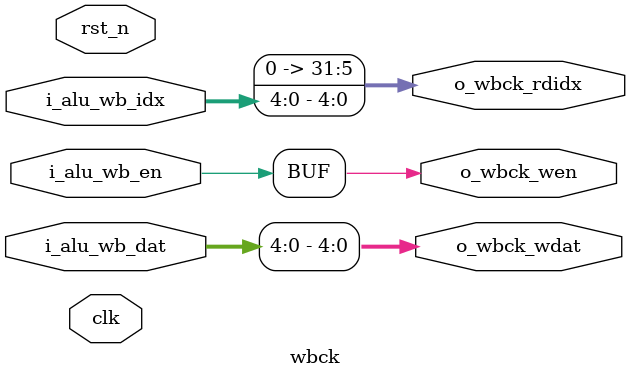
<source format=v>
module wbck  (

  input [4:0]   i_alu_wb_idx,
  input         i_alu_wb_en,
  input [31:0]  i_alu_wb_dat,

  output [31:0] o_wbck_rdidx,
  output        o_wbck_wen,
  output [4:0]  o_wbck_wdat,

  input   clk   ,
  input   rst_n  
);


  assign  o_wbck_rdidx = i_alu_wb_idx;
  assign  o_wbck_wen  = i_alu_wb_en ;
  assign  o_wbck_wdat = i_alu_wb_dat;

endmodule
</source>
